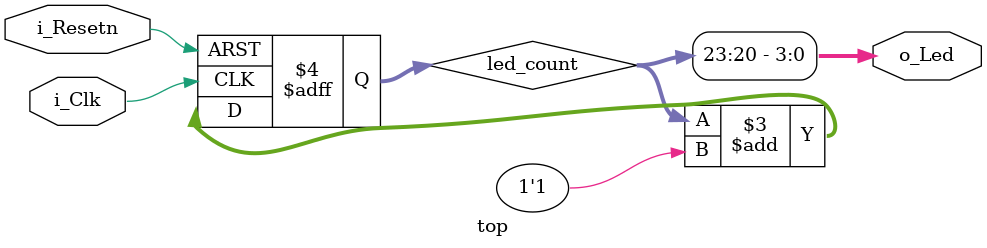
<source format=sv>

module top(
	output [3:0]o_Led,
	input i_Clk,
	input i_Resetn
);

logic [23:0] led_count;

always @(posedge i_Clk or negedge i_Resetn) begin
	if(i_Resetn == 0)begin
		led_count <= '0;
	end else begin
		led_count <= led_count + 1'b1;
	end
end

	assign o_Led = led_count[23:20];

endmodule

</source>
